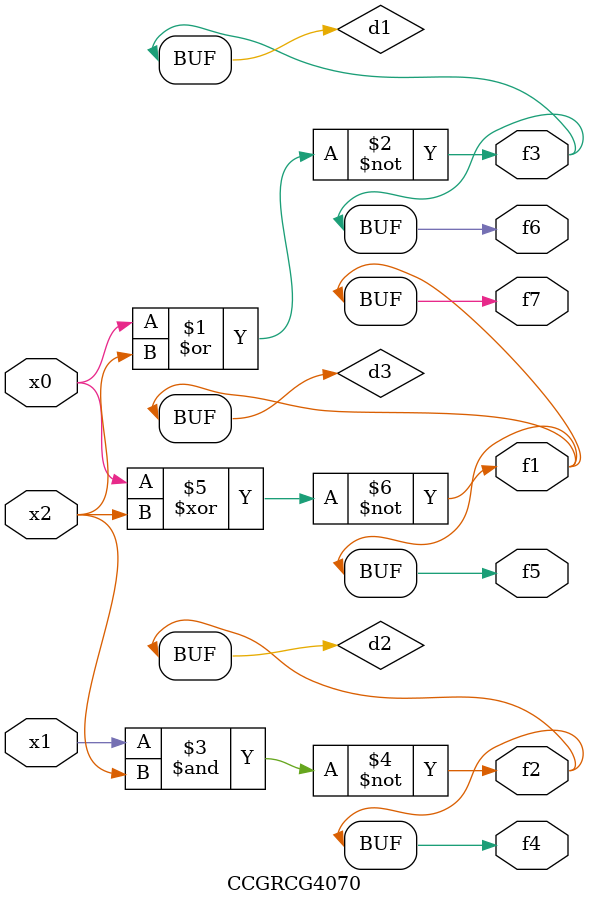
<source format=v>
module CCGRCG4070(
	input x0, x1, x2,
	output f1, f2, f3, f4, f5, f6, f7
);

	wire d1, d2, d3;

	nor (d1, x0, x2);
	nand (d2, x1, x2);
	xnor (d3, x0, x2);
	assign f1 = d3;
	assign f2 = d2;
	assign f3 = d1;
	assign f4 = d2;
	assign f5 = d3;
	assign f6 = d1;
	assign f7 = d3;
endmodule

</source>
